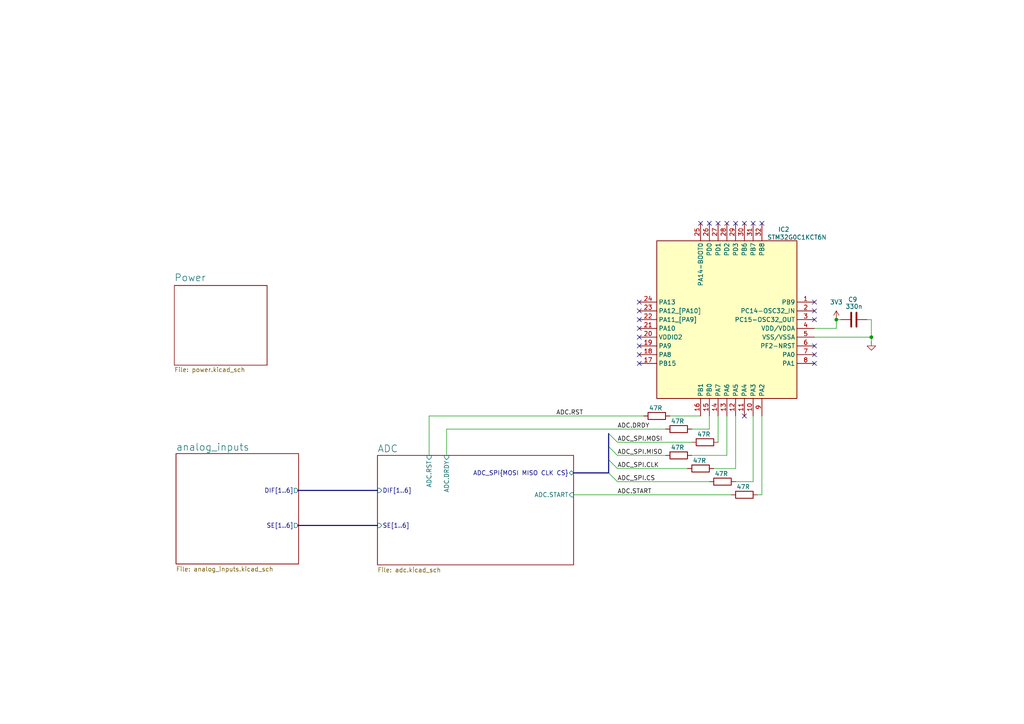
<source format=kicad_sch>
(kicad_sch
	(version 20250114)
	(generator "eeschema")
	(generator_version "9.0")
	(uuid "b652b05a-4e3d-4ad1-b032-18886abe7d45")
	(paper "A4")
	(title_block
		(title "Universal use measuring PCB")
		(rev "${REVISION}")
		(company "Author: Kacper Pawlak")
		(comment 1 "Reviewer:")
	)
	(lib_symbols
		(symbol "Device:C"
			(pin_numbers
				(hide yes)
			)
			(pin_names
				(offset 0.254)
			)
			(exclude_from_sim no)
			(in_bom yes)
			(on_board yes)
			(property "Reference" "C"
				(at 0.635 2.54 0)
				(effects
					(font
						(size 1.27 1.27)
					)
					(justify left)
				)
			)
			(property "Value" "C"
				(at 0.635 -2.54 0)
				(effects
					(font
						(size 1.27 1.27)
					)
					(justify left)
				)
			)
			(property "Footprint" ""
				(at 0.9652 -3.81 0)
				(effects
					(font
						(size 1.27 1.27)
					)
					(hide yes)
				)
			)
			(property "Datasheet" "~"
				(at 0 0 0)
				(effects
					(font
						(size 1.27 1.27)
					)
					(hide yes)
				)
			)
			(property "Description" "Unpolarized capacitor"
				(at 0 0 0)
				(effects
					(font
						(size 1.27 1.27)
					)
					(hide yes)
				)
			)
			(property "ki_keywords" "cap capacitor"
				(at 0 0 0)
				(effects
					(font
						(size 1.27 1.27)
					)
					(hide yes)
				)
			)
			(property "ki_fp_filters" "C_*"
				(at 0 0 0)
				(effects
					(font
						(size 1.27 1.27)
					)
					(hide yes)
				)
			)
			(symbol "C_0_1"
				(polyline
					(pts
						(xy -2.032 0.762) (xy 2.032 0.762)
					)
					(stroke
						(width 0.508)
						(type default)
					)
					(fill
						(type none)
					)
				)
				(polyline
					(pts
						(xy -2.032 -0.762) (xy 2.032 -0.762)
					)
					(stroke
						(width 0.508)
						(type default)
					)
					(fill
						(type none)
					)
				)
			)
			(symbol "C_1_1"
				(pin passive line
					(at 0 3.81 270)
					(length 2.794)
					(name "~"
						(effects
							(font
								(size 1.27 1.27)
							)
						)
					)
					(number "1"
						(effects
							(font
								(size 1.27 1.27)
							)
						)
					)
				)
				(pin passive line
					(at 0 -3.81 90)
					(length 2.794)
					(name "~"
						(effects
							(font
								(size 1.27 1.27)
							)
						)
					)
					(number "2"
						(effects
							(font
								(size 1.27 1.27)
							)
						)
					)
				)
			)
			(embedded_fonts no)
		)
		(symbol "Device:R"
			(pin_numbers
				(hide yes)
			)
			(pin_names
				(offset 0)
			)
			(exclude_from_sim no)
			(in_bom yes)
			(on_board yes)
			(property "Reference" "R"
				(at 2.032 0 90)
				(effects
					(font
						(size 1.27 1.27)
					)
				)
			)
			(property "Value" "R"
				(at 0 0 90)
				(effects
					(font
						(size 1.27 1.27)
					)
				)
			)
			(property "Footprint" ""
				(at -1.778 0 90)
				(effects
					(font
						(size 1.27 1.27)
					)
					(hide yes)
				)
			)
			(property "Datasheet" "~"
				(at 0 0 0)
				(effects
					(font
						(size 1.27 1.27)
					)
					(hide yes)
				)
			)
			(property "Description" "Resistor"
				(at 0 0 0)
				(effects
					(font
						(size 1.27 1.27)
					)
					(hide yes)
				)
			)
			(property "ki_keywords" "R res resistor"
				(at 0 0 0)
				(effects
					(font
						(size 1.27 1.27)
					)
					(hide yes)
				)
			)
			(property "ki_fp_filters" "R_*"
				(at 0 0 0)
				(effects
					(font
						(size 1.27 1.27)
					)
					(hide yes)
				)
			)
			(symbol "R_0_1"
				(rectangle
					(start -1.016 -2.54)
					(end 1.016 2.54)
					(stroke
						(width 0.254)
						(type default)
					)
					(fill
						(type none)
					)
				)
			)
			(symbol "R_1_1"
				(pin passive line
					(at 0 3.81 270)
					(length 1.27)
					(name "~"
						(effects
							(font
								(size 1.27 1.27)
							)
						)
					)
					(number "1"
						(effects
							(font
								(size 1.27 1.27)
							)
						)
					)
				)
				(pin passive line
					(at 0 -3.81 90)
					(length 1.27)
					(name "~"
						(effects
							(font
								(size 1.27 1.27)
							)
						)
					)
					(number "2"
						(effects
							(font
								(size 1.27 1.27)
							)
						)
					)
				)
			)
			(embedded_fonts no)
		)
		(symbol "STM32G0C1KCT6N:STM32G0C1KCT6N"
			(exclude_from_sim no)
			(in_bom yes)
			(on_board yes)
			(property "Reference" "IC"
				(at 46.99 22.86 0)
				(effects
					(font
						(size 1.27 1.27)
					)
					(justify left top)
				)
			)
			(property "Value" "STM32G0C1KCT6N"
				(at 46.99 20.32 0)
				(effects
					(font
						(size 1.27 1.27)
					)
					(justify left top)
				)
			)
			(property "Footprint" "QFP80P900X900X160-32N"
				(at 46.99 -79.68 0)
				(effects
					(font
						(size 1.27 1.27)
					)
					(justify left top)
					(hide yes)
				)
			)
			(property "Datasheet" "https://www.st.com/resource/en/datasheet/stm32g0c1cc.pdf"
				(at 46.99 -179.68 0)
				(effects
					(font
						(size 1.27 1.27)
					)
					(justify left top)
					(hide yes)
				)
			)
			(property "Description" "Mainstream Arm Cortex-M0+ 32-bit MCU, up to 512KB Flash, 144KB RAM, 6x USART, timers, ADC, DAC, comm. I/Fs, AES, RNG, 1.7-3.6V"
				(at 0 0 0)
				(effects
					(font
						(size 1.27 1.27)
					)
					(hide yes)
				)
			)
			(property "Height" "1.6"
				(at 46.99 -379.68 0)
				(effects
					(font
						(size 1.27 1.27)
					)
					(justify left top)
					(hide yes)
				)
			)
			(property "Mouser Part Number" "511-STM32G0C1KCT6N"
				(at 46.99 -479.68 0)
				(effects
					(font
						(size 1.27 1.27)
					)
					(justify left top)
					(hide yes)
				)
			)
			(property "Mouser Price/Stock" "https://www.mouser.co.uk/ProductDetail/STMicroelectronics/STM32G0C1KCT6N?qs=iLbezkQI%252Bshu4f%252BBp0CpFw%3D%3D"
				(at 46.99 -579.68 0)
				(effects
					(font
						(size 1.27 1.27)
					)
					(justify left top)
					(hide yes)
				)
			)
			(property "Manufacturer_Name" "STMicroelectronics"
				(at 46.99 -679.68 0)
				(effects
					(font
						(size 1.27 1.27)
					)
					(justify left top)
					(hide yes)
				)
			)
			(property "Manufacturer_Part_Number" "STM32G0C1KCT6N"
				(at 46.99 -779.68 0)
				(effects
					(font
						(size 1.27 1.27)
					)
					(justify left top)
					(hide yes)
				)
			)
			(symbol "STM32G0C1KCT6N_1_1"
				(rectangle
					(start 5.08 17.78)
					(end 45.72 -27.94)
					(stroke
						(width 0.254)
						(type default)
					)
					(fill
						(type background)
					)
				)
				(pin passive line
					(at 0 0 0)
					(length 5.08)
					(name "PB9"
						(effects
							(font
								(size 1.27 1.27)
							)
						)
					)
					(number "1"
						(effects
							(font
								(size 1.27 1.27)
							)
						)
					)
				)
				(pin passive line
					(at 0 -2.54 0)
					(length 5.08)
					(name "PC14-OSC32_IN"
						(effects
							(font
								(size 1.27 1.27)
							)
						)
					)
					(number "2"
						(effects
							(font
								(size 1.27 1.27)
							)
						)
					)
				)
				(pin passive line
					(at 0 -5.08 0)
					(length 5.08)
					(name "PC15-OSC32_OUT"
						(effects
							(font
								(size 1.27 1.27)
							)
						)
					)
					(number "3"
						(effects
							(font
								(size 1.27 1.27)
							)
						)
					)
				)
				(pin passive line
					(at 0 -7.62 0)
					(length 5.08)
					(name "VDD/VDDA"
						(effects
							(font
								(size 1.27 1.27)
							)
						)
					)
					(number "4"
						(effects
							(font
								(size 1.27 1.27)
							)
						)
					)
				)
				(pin passive line
					(at 0 -10.16 0)
					(length 5.08)
					(name "VSS/VSSA"
						(effects
							(font
								(size 1.27 1.27)
							)
						)
					)
					(number "5"
						(effects
							(font
								(size 1.27 1.27)
							)
						)
					)
				)
				(pin passive line
					(at 0 -12.7 0)
					(length 5.08)
					(name "PF2-NRST"
						(effects
							(font
								(size 1.27 1.27)
							)
						)
					)
					(number "6"
						(effects
							(font
								(size 1.27 1.27)
							)
						)
					)
				)
				(pin passive line
					(at 0 -15.24 0)
					(length 5.08)
					(name "PA0"
						(effects
							(font
								(size 1.27 1.27)
							)
						)
					)
					(number "7"
						(effects
							(font
								(size 1.27 1.27)
							)
						)
					)
				)
				(pin passive line
					(at 0 -17.78 0)
					(length 5.08)
					(name "PA1"
						(effects
							(font
								(size 1.27 1.27)
							)
						)
					)
					(number "8"
						(effects
							(font
								(size 1.27 1.27)
							)
						)
					)
				)
				(pin passive line
					(at 15.24 22.86 270)
					(length 5.08)
					(name "PB8"
						(effects
							(font
								(size 1.27 1.27)
							)
						)
					)
					(number "32"
						(effects
							(font
								(size 1.27 1.27)
							)
						)
					)
				)
				(pin passive line
					(at 15.24 -33.02 90)
					(length 5.08)
					(name "PA2"
						(effects
							(font
								(size 1.27 1.27)
							)
						)
					)
					(number "9"
						(effects
							(font
								(size 1.27 1.27)
							)
						)
					)
				)
				(pin passive line
					(at 17.78 22.86 270)
					(length 5.08)
					(name "PB7"
						(effects
							(font
								(size 1.27 1.27)
							)
						)
					)
					(number "31"
						(effects
							(font
								(size 1.27 1.27)
							)
						)
					)
				)
				(pin passive line
					(at 17.78 -33.02 90)
					(length 5.08)
					(name "PA3"
						(effects
							(font
								(size 1.27 1.27)
							)
						)
					)
					(number "10"
						(effects
							(font
								(size 1.27 1.27)
							)
						)
					)
				)
				(pin passive line
					(at 20.32 22.86 270)
					(length 5.08)
					(name "PB6"
						(effects
							(font
								(size 1.27 1.27)
							)
						)
					)
					(number "30"
						(effects
							(font
								(size 1.27 1.27)
							)
						)
					)
				)
				(pin passive line
					(at 20.32 -33.02 90)
					(length 5.08)
					(name "PA4"
						(effects
							(font
								(size 1.27 1.27)
							)
						)
					)
					(number "11"
						(effects
							(font
								(size 1.27 1.27)
							)
						)
					)
				)
				(pin passive line
					(at 22.86 22.86 270)
					(length 5.08)
					(name "PD3"
						(effects
							(font
								(size 1.27 1.27)
							)
						)
					)
					(number "29"
						(effects
							(font
								(size 1.27 1.27)
							)
						)
					)
				)
				(pin passive line
					(at 22.86 -33.02 90)
					(length 5.08)
					(name "PA5"
						(effects
							(font
								(size 1.27 1.27)
							)
						)
					)
					(number "12"
						(effects
							(font
								(size 1.27 1.27)
							)
						)
					)
				)
				(pin passive line
					(at 25.4 22.86 270)
					(length 5.08)
					(name "PD2"
						(effects
							(font
								(size 1.27 1.27)
							)
						)
					)
					(number "28"
						(effects
							(font
								(size 1.27 1.27)
							)
						)
					)
				)
				(pin passive line
					(at 25.4 -33.02 90)
					(length 5.08)
					(name "PA6"
						(effects
							(font
								(size 1.27 1.27)
							)
						)
					)
					(number "13"
						(effects
							(font
								(size 1.27 1.27)
							)
						)
					)
				)
				(pin passive line
					(at 27.94 22.86 270)
					(length 5.08)
					(name "PD1"
						(effects
							(font
								(size 1.27 1.27)
							)
						)
					)
					(number "27"
						(effects
							(font
								(size 1.27 1.27)
							)
						)
					)
				)
				(pin passive line
					(at 27.94 -33.02 90)
					(length 5.08)
					(name "PA7"
						(effects
							(font
								(size 1.27 1.27)
							)
						)
					)
					(number "14"
						(effects
							(font
								(size 1.27 1.27)
							)
						)
					)
				)
				(pin passive line
					(at 30.48 22.86 270)
					(length 5.08)
					(name "PD0"
						(effects
							(font
								(size 1.27 1.27)
							)
						)
					)
					(number "26"
						(effects
							(font
								(size 1.27 1.27)
							)
						)
					)
				)
				(pin passive line
					(at 30.48 -33.02 90)
					(length 5.08)
					(name "PB0"
						(effects
							(font
								(size 1.27 1.27)
							)
						)
					)
					(number "15"
						(effects
							(font
								(size 1.27 1.27)
							)
						)
					)
				)
				(pin passive line
					(at 33.02 22.86 270)
					(length 5.08)
					(name "PA14-BOOT0"
						(effects
							(font
								(size 1.27 1.27)
							)
						)
					)
					(number "25"
						(effects
							(font
								(size 1.27 1.27)
							)
						)
					)
				)
				(pin passive line
					(at 33.02 -33.02 90)
					(length 5.08)
					(name "PB1"
						(effects
							(font
								(size 1.27 1.27)
							)
						)
					)
					(number "16"
						(effects
							(font
								(size 1.27 1.27)
							)
						)
					)
				)
				(pin passive line
					(at 50.8 0 180)
					(length 5.08)
					(name "PA13"
						(effects
							(font
								(size 1.27 1.27)
							)
						)
					)
					(number "24"
						(effects
							(font
								(size 1.27 1.27)
							)
						)
					)
				)
				(pin passive line
					(at 50.8 -2.54 180)
					(length 5.08)
					(name "PA12_[PA10]"
						(effects
							(font
								(size 1.27 1.27)
							)
						)
					)
					(number "23"
						(effects
							(font
								(size 1.27 1.27)
							)
						)
					)
				)
				(pin passive line
					(at 50.8 -5.08 180)
					(length 5.08)
					(name "PA11_[PA9]"
						(effects
							(font
								(size 1.27 1.27)
							)
						)
					)
					(number "22"
						(effects
							(font
								(size 1.27 1.27)
							)
						)
					)
				)
				(pin passive line
					(at 50.8 -7.62 180)
					(length 5.08)
					(name "PA10"
						(effects
							(font
								(size 1.27 1.27)
							)
						)
					)
					(number "21"
						(effects
							(font
								(size 1.27 1.27)
							)
						)
					)
				)
				(pin passive line
					(at 50.8 -10.16 180)
					(length 5.08)
					(name "VDDIO2"
						(effects
							(font
								(size 1.27 1.27)
							)
						)
					)
					(number "20"
						(effects
							(font
								(size 1.27 1.27)
							)
						)
					)
				)
				(pin passive line
					(at 50.8 -12.7 180)
					(length 5.08)
					(name "PA9"
						(effects
							(font
								(size 1.27 1.27)
							)
						)
					)
					(number "19"
						(effects
							(font
								(size 1.27 1.27)
							)
						)
					)
				)
				(pin passive line
					(at 50.8 -15.24 180)
					(length 5.08)
					(name "PA8"
						(effects
							(font
								(size 1.27 1.27)
							)
						)
					)
					(number "18"
						(effects
							(font
								(size 1.27 1.27)
							)
						)
					)
				)
				(pin passive line
					(at 50.8 -17.78 180)
					(length 5.08)
					(name "PB15"
						(effects
							(font
								(size 1.27 1.27)
							)
						)
					)
					(number "17"
						(effects
							(font
								(size 1.27 1.27)
							)
						)
					)
				)
			)
			(embedded_fonts no)
		)
		(symbol "power:+5V"
			(power)
			(pin_numbers
				(hide yes)
			)
			(pin_names
				(offset 0)
				(hide yes)
			)
			(exclude_from_sim no)
			(in_bom yes)
			(on_board yes)
			(property "Reference" "#PWR"
				(at 0 -3.81 0)
				(effects
					(font
						(size 1.27 1.27)
					)
					(hide yes)
				)
			)
			(property "Value" "+5V"
				(at 0 3.556 0)
				(effects
					(font
						(size 1.27 1.27)
					)
				)
			)
			(property "Footprint" ""
				(at 0 0 0)
				(effects
					(font
						(size 1.27 1.27)
					)
					(hide yes)
				)
			)
			(property "Datasheet" ""
				(at 0 0 0)
				(effects
					(font
						(size 1.27 1.27)
					)
					(hide yes)
				)
			)
			(property "Description" "Power symbol creates a global label with name \"+5V\""
				(at 0 0 0)
				(effects
					(font
						(size 1.27 1.27)
					)
					(hide yes)
				)
			)
			(property "ki_keywords" "global power"
				(at 0 0 0)
				(effects
					(font
						(size 1.27 1.27)
					)
					(hide yes)
				)
			)
			(symbol "+5V_0_1"
				(polyline
					(pts
						(xy -0.762 1.27) (xy 0 2.54)
					)
					(stroke
						(width 0)
						(type default)
					)
					(fill
						(type none)
					)
				)
				(polyline
					(pts
						(xy 0 2.54) (xy 0.762 1.27)
					)
					(stroke
						(width 0)
						(type default)
					)
					(fill
						(type none)
					)
				)
				(polyline
					(pts
						(xy 0 0) (xy 0 2.54)
					)
					(stroke
						(width 0)
						(type default)
					)
					(fill
						(type none)
					)
				)
			)
			(symbol "+5V_1_1"
				(pin power_in line
					(at 0 0 90)
					(length 0)
					(name "~"
						(effects
							(font
								(size 1.27 1.27)
							)
						)
					)
					(number "1"
						(effects
							(font
								(size 1.27 1.27)
							)
						)
					)
				)
			)
			(embedded_fonts no)
		)
		(symbol "power:GND"
			(power)
			(pin_numbers
				(hide yes)
			)
			(pin_names
				(offset 0)
				(hide yes)
			)
			(exclude_from_sim no)
			(in_bom yes)
			(on_board yes)
			(property "Reference" "#PWR"
				(at 0 -6.35 0)
				(effects
					(font
						(size 1.27 1.27)
					)
					(hide yes)
				)
			)
			(property "Value" "GND"
				(at 0 -3.81 0)
				(effects
					(font
						(size 1.27 1.27)
					)
				)
			)
			(property "Footprint" ""
				(at 0 0 0)
				(effects
					(font
						(size 1.27 1.27)
					)
					(hide yes)
				)
			)
			(property "Datasheet" ""
				(at 0 0 0)
				(effects
					(font
						(size 1.27 1.27)
					)
					(hide yes)
				)
			)
			(property "Description" "Power symbol creates a global label with name \"GND\" , ground"
				(at 0 0 0)
				(effects
					(font
						(size 1.27 1.27)
					)
					(hide yes)
				)
			)
			(property "ki_keywords" "global power"
				(at 0 0 0)
				(effects
					(font
						(size 1.27 1.27)
					)
					(hide yes)
				)
			)
			(symbol "GND_0_1"
				(polyline
					(pts
						(xy 0 0) (xy 0 -1.27) (xy 1.27 -1.27) (xy 0 -2.54) (xy -1.27 -1.27) (xy 0 -1.27)
					)
					(stroke
						(width 0)
						(type default)
					)
					(fill
						(type none)
					)
				)
			)
			(symbol "GND_1_1"
				(pin power_in line
					(at 0 0 270)
					(length 0)
					(name "~"
						(effects
							(font
								(size 1.27 1.27)
							)
						)
					)
					(number "1"
						(effects
							(font
								(size 1.27 1.27)
							)
						)
					)
				)
			)
			(embedded_fonts no)
		)
	)
	(junction
		(at 252.73 97.79)
		(diameter 0)
		(color 0 0 0 0)
		(uuid "33e65d51-c665-448f-80c4-d3d173ce0255")
	)
	(junction
		(at 242.57 92.71)
		(diameter 0)
		(color 0 0 0 0)
		(uuid "d943c03b-fc78-4df6-988f-29479bd2e86e")
	)
	(no_connect
		(at 236.22 87.63)
		(uuid "008a36fc-8e63-41da-8573-f1e56d7b1d54")
	)
	(no_connect
		(at 215.9 64.77)
		(uuid "2263ec6e-c5f3-4b1b-9dae-820898857508")
	)
	(no_connect
		(at 185.42 102.87)
		(uuid "263c6a51-ed8c-4eb9-8fc3-d09c2934d057")
	)
	(no_connect
		(at 185.42 105.41)
		(uuid "2b1b64b7-c640-4f10-95ff-4b03da7b3a9f")
	)
	(no_connect
		(at 185.42 97.79)
		(uuid "2c73bf0e-88fd-4527-972b-d8bad0464c92")
	)
	(no_connect
		(at 185.42 100.33)
		(uuid "3930dbad-d881-420a-93b3-644fe9fbfd2f")
	)
	(no_connect
		(at 185.42 95.25)
		(uuid "4eb43550-8abd-406a-add6-fb8a3f6af221")
	)
	(no_connect
		(at 236.22 100.33)
		(uuid "51c32b0f-2da3-4491-99b5-2913051a04b8")
	)
	(no_connect
		(at 213.36 64.77)
		(uuid "5559786d-5b0c-40d5-b180-a475aec8ee50")
	)
	(no_connect
		(at 185.42 92.71)
		(uuid "5700773f-5949-49b6-9472-13f058c0e49b")
	)
	(no_connect
		(at 236.22 102.87)
		(uuid "7822d93e-f4b4-4604-87d1-fd4bc69efb67")
	)
	(no_connect
		(at 215.9 120.65)
		(uuid "78f4a190-bf4d-4c08-8e3e-42cf4967b94d")
	)
	(no_connect
		(at 185.42 90.17)
		(uuid "813f0e52-a5a1-4d75-a9b2-6c56b5202495")
	)
	(no_connect
		(at 185.42 87.63)
		(uuid "8609797e-1b6b-4e3f-b2f2-eadab8747ae8")
	)
	(no_connect
		(at 205.74 64.77)
		(uuid "86a92013-0051-4211-a957-40ea13161963")
	)
	(no_connect
		(at 218.44 64.77)
		(uuid "8a70caa4-68a4-4e6b-b44e-d4d148846ef7")
	)
	(no_connect
		(at 236.22 92.71)
		(uuid "9965c7b0-40e4-4c04-a138-e2fe0dd9d5a7")
	)
	(no_connect
		(at 210.82 64.77)
		(uuid "9e8dadea-272f-4baf-a171-163ae0975197")
	)
	(no_connect
		(at 203.2 64.77)
		(uuid "a6efb5c9-6227-4842-8d25-cee5e9061537")
	)
	(no_connect
		(at 220.98 64.77)
		(uuid "a8f58da7-44a7-4b5c-9514-df079c16f3e2")
	)
	(no_connect
		(at 208.28 64.77)
		(uuid "b40a2e62-2182-407a-b93e-db12b87bfd78")
	)
	(no_connect
		(at 236.22 105.41)
		(uuid "b5e72d17-a1fd-4749-bb12-4afb0305cf32")
	)
	(no_connect
		(at 236.22 90.17)
		(uuid "e33fb99d-5abb-4edd-b2ca-61f808145c9d")
	)
	(bus_entry
		(at 179.07 132.08)
		(size -2.54 -2.54)
		(stroke
			(width 0)
			(type default)
		)
		(uuid "41136597-109c-45f0-af47-8c61cbc0100b")
	)
	(bus_entry
		(at 179.07 128.27)
		(size -2.54 -2.54)
		(stroke
			(width 0)
			(type default)
		)
		(uuid "4531da54-ec20-44f7-9597-68f210ec2b73")
	)
	(bus_entry
		(at 179.07 139.7)
		(size -2.54 -2.54)
		(stroke
			(width 0)
			(type default)
		)
		(uuid "ac8fcfd5-2d71-4b70-a4d3-3835e432f6e1")
	)
	(bus_entry
		(at 179.07 135.89)
		(size -2.54 -2.54)
		(stroke
			(width 0)
			(type default)
		)
		(uuid "d6fe7b2c-7a71-4025-b162-242d755b1758")
	)
	(bus
		(pts
			(xy 176.53 129.54) (xy 176.53 133.35)
		)
		(stroke
			(width 0)
			(type default)
		)
		(uuid "108d6e3d-948e-4617-b738-aff9827150a3")
	)
	(bus
		(pts
			(xy 86.36 142.24) (xy 109.474 142.24)
		)
		(stroke
			(width 0)
			(type default)
		)
		(uuid "17ae0447-7ec0-4c3a-97df-aad57d7b2050")
	)
	(wire
		(pts
			(xy 194.31 120.65) (xy 203.2 120.65)
		)
		(stroke
			(width 0)
			(type default)
		)
		(uuid "2318a4f8-dc6c-40cc-8f7b-d73e26f0ad90")
	)
	(bus
		(pts
			(xy 176.53 133.35) (xy 176.53 137.16)
		)
		(stroke
			(width 0)
			(type default)
		)
		(uuid "244630ae-fd83-40a3-b191-391071cc6814")
	)
	(wire
		(pts
			(xy 166.37 143.51) (xy 212.09 143.51)
		)
		(stroke
			(width 0)
			(type default)
		)
		(uuid "24bcb340-2b65-450f-94a9-3ffbe80cf0cd")
	)
	(wire
		(pts
			(xy 200.66 124.46) (xy 205.74 124.46)
		)
		(stroke
			(width 0)
			(type default)
		)
		(uuid "30033e94-7827-4715-8ebf-3404776f9128")
	)
	(bus
		(pts
			(xy 86.36 152.4) (xy 109.474 152.4)
		)
		(stroke
			(width 0)
			(type default)
		)
		(uuid "35d07e33-5b03-48a9-9f4c-32ac03ad890e")
	)
	(wire
		(pts
			(xy 252.73 92.71) (xy 252.73 97.79)
		)
		(stroke
			(width 0)
			(type default)
		)
		(uuid "36d81254-72dc-43f5-914c-957019b9d375")
	)
	(wire
		(pts
			(xy 129.54 124.46) (xy 193.04 124.46)
		)
		(stroke
			(width 0)
			(type default)
		)
		(uuid "3f71f062-d1c7-4801-a3bb-a78b7a1829aa")
	)
	(wire
		(pts
			(xy 124.46 120.65) (xy 186.69 120.65)
		)
		(stroke
			(width 0)
			(type default)
		)
		(uuid "3fb0ba09-fd84-49db-818e-914c4d67a3a0")
	)
	(wire
		(pts
			(xy 207.01 135.89) (xy 213.36 135.89)
		)
		(stroke
			(width 0)
			(type default)
		)
		(uuid "443b0825-e262-4f80-b27a-ee4bdeae301c")
	)
	(wire
		(pts
			(xy 251.46 92.71) (xy 252.73 92.71)
		)
		(stroke
			(width 0)
			(type default)
		)
		(uuid "44c4302e-903f-4d76-b6ec-ada0aa3b745b")
	)
	(bus
		(pts
			(xy 176.53 125.73) (xy 176.53 129.54)
		)
		(stroke
			(width 0)
			(type default)
		)
		(uuid "4929cd77-312c-4c77-9b43-09629485f7a4")
	)
	(wire
		(pts
			(xy 218.44 120.65) (xy 218.44 139.7)
		)
		(stroke
			(width 0)
			(type default)
		)
		(uuid "526004cb-695d-4396-a5e3-d871baf32323")
	)
	(wire
		(pts
			(xy 129.54 132.08) (xy 129.54 124.46)
		)
		(stroke
			(width 0)
			(type default)
		)
		(uuid "5b5edbe9-9913-4520-8022-d0a69b763f8e")
	)
	(wire
		(pts
			(xy 179.07 128.27) (xy 200.66 128.27)
		)
		(stroke
			(width 0)
			(type default)
		)
		(uuid "61437b66-c3d7-4df7-8f69-dd13e02b4219")
	)
	(wire
		(pts
			(xy 252.73 97.79) (xy 252.73 99.06)
		)
		(stroke
			(width 0)
			(type default)
		)
		(uuid "6171e874-4b74-47a8-b765-46061aad5924")
	)
	(wire
		(pts
			(xy 243.84 92.71) (xy 242.57 92.71)
		)
		(stroke
			(width 0)
			(type default)
		)
		(uuid "6303c194-b663-4939-aca5-a602a0643bb8")
	)
	(wire
		(pts
			(xy 179.07 132.08) (xy 193.04 132.08)
		)
		(stroke
			(width 0)
			(type default)
		)
		(uuid "686e1fbd-afa5-421a-b669-d350164fa613")
	)
	(wire
		(pts
			(xy 213.36 139.7) (xy 218.44 139.7)
		)
		(stroke
			(width 0)
			(type default)
		)
		(uuid "68bd7849-447c-4a20-a115-383fd6f873a7")
	)
	(wire
		(pts
			(xy 208.28 120.65) (xy 208.28 128.27)
		)
		(stroke
			(width 0)
			(type default)
		)
		(uuid "6e3b025e-13f2-453a-9c5a-68301a869231")
	)
	(wire
		(pts
			(xy 179.07 139.7) (xy 205.74 139.7)
		)
		(stroke
			(width 0)
			(type default)
		)
		(uuid "75b57b67-2465-40ba-bf5e-59bcd8f30280")
	)
	(wire
		(pts
			(xy 124.46 120.65) (xy 124.46 132.08)
		)
		(stroke
			(width 0)
			(type default)
		)
		(uuid "7f4f6be4-c423-4f14-8ae5-335fe1c077d4")
	)
	(wire
		(pts
			(xy 179.07 135.89) (xy 199.39 135.89)
		)
		(stroke
			(width 0)
			(type default)
		)
		(uuid "8a8a6fe5-589d-48bb-9b14-378aaa2ce02b")
	)
	(wire
		(pts
			(xy 210.82 120.65) (xy 210.82 132.08)
		)
		(stroke
			(width 0)
			(type default)
		)
		(uuid "9a08eb8d-8e0a-4e2d-b28a-b5c69502ef95")
	)
	(bus
		(pts
			(xy 166.37 137.16) (xy 176.53 137.16)
		)
		(stroke
			(width 0)
			(type default)
		)
		(uuid "a57724ee-74c9-44a5-90bf-f3160b44324a")
	)
	(wire
		(pts
			(xy 236.22 97.79) (xy 252.73 97.79)
		)
		(stroke
			(width 0)
			(type default)
		)
		(uuid "a75eefe3-f916-41bd-9766-6d3f8932288c")
	)
	(wire
		(pts
			(xy 205.74 124.46) (xy 205.74 120.65)
		)
		(stroke
			(width 0)
			(type default)
		)
		(uuid "ae2d1074-93e4-4ed7-816e-fe38eeb29b6f")
	)
	(wire
		(pts
			(xy 213.36 120.65) (xy 213.36 135.89)
		)
		(stroke
			(width 0)
			(type default)
		)
		(uuid "b17f6a09-6c1d-45fe-9d3e-cba7f71b0d17")
	)
	(wire
		(pts
			(xy 219.71 143.51) (xy 220.98 143.51)
		)
		(stroke
			(width 0)
			(type default)
		)
		(uuid "b70ef2a2-40c0-460e-b19d-eeda151005a6")
	)
	(wire
		(pts
			(xy 236.22 95.25) (xy 242.57 95.25)
		)
		(stroke
			(width 0)
			(type default)
		)
		(uuid "c6e60511-0cb7-4701-b6ae-3b1919e42f80")
	)
	(wire
		(pts
			(xy 242.57 92.71) (xy 242.57 95.25)
		)
		(stroke
			(width 0)
			(type default)
		)
		(uuid "de3f3d30-c18a-41a0-a48f-7b282e4d8974")
	)
	(wire
		(pts
			(xy 200.66 132.08) (xy 210.82 132.08)
		)
		(stroke
			(width 0)
			(type default)
		)
		(uuid "f2b1f5e1-cf6a-4e1a-a7fe-dbb2dc334a31")
	)
	(wire
		(pts
			(xy 220.98 120.65) (xy 220.98 143.51)
		)
		(stroke
			(width 0)
			(type default)
		)
		(uuid "fafc7d2e-b656-4156-89b2-5226dd4cd785")
	)
	(label "ADC_SPI.MOSI"
		(at 179.07 128.27 0)
		(effects
			(font
				(size 1.27 1.27)
			)
			(justify left bottom)
		)
		(uuid "2c588c9e-5ac3-43db-82a4-51d584b28b59")
	)
	(label "ADC_SPI.CLK"
		(at 179.07 135.89 0)
		(effects
			(font
				(size 1.27 1.27)
			)
			(justify left bottom)
		)
		(uuid "3929868b-2e26-4e7f-b151-08d8afbffa26")
	)
	(label "ADC.START"
		(at 179.07 143.51 0)
		(effects
			(font
				(size 1.27 1.27)
			)
			(justify left bottom)
		)
		(uuid "42f49a1f-bc71-4112-b83b-80a289715441")
	)
	(label "ADC.RST"
		(at 161.29 120.65 0)
		(effects
			(font
				(size 1.27 1.27)
			)
			(justify left bottom)
		)
		(uuid "5a00f303-47d9-4588-b71e-a6b44f27178d")
	)
	(label "ADC_SPI.MISO"
		(at 179.07 132.08 0)
		(effects
			(font
				(size 1.27 1.27)
			)
			(justify left bottom)
		)
		(uuid "5bbb1acb-1225-47c1-8248-ba88efa977c3")
	)
	(label "ADC.DRDY"
		(at 179.07 124.46 0)
		(effects
			(font
				(size 1.27 1.27)
			)
			(justify left bottom)
		)
		(uuid "7a42b3c0-91d7-4495-b97b-50d820f41c01")
	)
	(label "ADC_SPI.CS"
		(at 179.07 139.7 0)
		(effects
			(font
				(size 1.27 1.27)
			)
			(justify left bottom)
		)
		(uuid "92550c74-a1c8-4dad-88a7-cf3a4fbdc7af")
	)
	(symbol
		(lib_id "power:GND")
		(at 252.73 99.06 0)
		(mirror y)
		(unit 1)
		(exclude_from_sim no)
		(in_bom yes)
		(on_board yes)
		(dnp no)
		(fields_autoplaced yes)
		(uuid "1121b252-c8d3-470d-b776-033edebeecf8")
		(property "Reference" "#PWR082"
			(at 252.73 105.41 0)
			(effects
				(font
					(size 1.27 1.27)
				)
				(hide yes)
			)
		)
		(property "Value" "GND"
			(at 252.73 104.14 0)
			(effects
				(font
					(size 1.27 1.27)
				)
				(hide yes)
			)
		)
		(property "Footprint" ""
			(at 252.73 99.06 0)
			(effects
				(font
					(size 1.27 1.27)
				)
				(hide yes)
			)
		)
		(property "Datasheet" ""
			(at 252.73 99.06 0)
			(effects
				(font
					(size 1.27 1.27)
				)
				(hide yes)
			)
		)
		(property "Description" "Power symbol creates a global label with name \"GND\" , ground"
			(at 252.73 99.06 0)
			(effects
				(font
					(size 1.27 1.27)
				)
				(hide yes)
			)
		)
		(pin "1"
			(uuid "a5c89c1e-896c-4aad-899b-1c8f9752e029")
		)
		(instances
			(project "upp_simple"
				(path "/b652b05a-4e3d-4ad1-b032-18886abe7d45"
					(reference "#PWR082")
					(unit 1)
				)
			)
		)
	)
	(symbol
		(lib_id "Device:R")
		(at 215.9 143.51 270)
		(mirror x)
		(unit 1)
		(exclude_from_sim no)
		(in_bom yes)
		(on_board yes)
		(dnp no)
		(uuid "2cdfe480-127f-4541-9d77-aa563d0c341f")
		(property "Reference" "R14"
			(at 217.1701 140.97 90)
			(effects
				(font
					(size 1.27 1.27)
				)
				(justify left)
				(hide yes)
			)
		)
		(property "Value" "47R"
			(at 213.614 141.224 90)
			(effects
				(font
					(size 1.27 1.27)
				)
				(justify left)
			)
		)
		(property "Footprint" "Resistor_SMD:R_0603_1608Metric_Pad0.98x0.95mm_HandSolder"
			(at 215.9 145.288 90)
			(effects
				(font
					(size 1.27 1.27)
				)
				(hide yes)
			)
		)
		(property "Datasheet" "~"
			(at 215.9 143.51 0)
			(effects
				(font
					(size 1.27 1.27)
				)
				(hide yes)
			)
		)
		(property "Description" "Resistor"
			(at 215.9 143.51 0)
			(effects
				(font
					(size 1.27 1.27)
				)
				(hide yes)
			)
		)
		(pin "2"
			(uuid "f2d3c7c1-c8e2-4749-934e-4cb695889003")
		)
		(pin "1"
			(uuid "93530c83-30cf-4e21-8eb9-08dc7cc258e8")
		)
		(instances
			(project "UPP_simple"
				(path "/b652b05a-4e3d-4ad1-b032-18886abe7d45"
					(reference "R14")
					(unit 1)
				)
			)
		)
	)
	(symbol
		(lib_id "Device:R")
		(at 196.85 124.46 270)
		(mirror x)
		(unit 1)
		(exclude_from_sim no)
		(in_bom yes)
		(on_board yes)
		(dnp no)
		(uuid "534e9c0a-25a8-4332-b1f4-75d585183d7d")
		(property "Reference" "R9"
			(at 198.1201 121.92 90)
			(effects
				(font
					(size 1.27 1.27)
				)
				(justify left)
				(hide yes)
			)
		)
		(property "Value" "47R"
			(at 194.564 122.174 90)
			(effects
				(font
					(size 1.27 1.27)
				)
				(justify left)
			)
		)
		(property "Footprint" "Resistor_SMD:R_0603_1608Metric_Pad0.98x0.95mm_HandSolder"
			(at 196.85 126.238 90)
			(effects
				(font
					(size 1.27 1.27)
				)
				(hide yes)
			)
		)
		(property "Datasheet" "~"
			(at 196.85 124.46 0)
			(effects
				(font
					(size 1.27 1.27)
				)
				(hide yes)
			)
		)
		(property "Description" "Resistor"
			(at 196.85 124.46 0)
			(effects
				(font
					(size 1.27 1.27)
				)
				(hide yes)
			)
		)
		(pin "2"
			(uuid "8c253a06-f493-4cff-a9b0-e92738777345")
		)
		(pin "1"
			(uuid "f75ecd0f-8318-456d-b3c1-a9868a74671c")
		)
		(instances
			(project "UPP_simple"
				(path "/b652b05a-4e3d-4ad1-b032-18886abe7d45"
					(reference "R9")
					(unit 1)
				)
			)
		)
	)
	(symbol
		(lib_id "STM32G0C1KCT6N:STM32G0C1KCT6N")
		(at 236.22 87.63 0)
		(mirror y)
		(unit 1)
		(exclude_from_sim no)
		(in_bom yes)
		(on_board yes)
		(dnp no)
		(uuid "652780c3-8800-438c-affb-277140c21af6")
		(property "Reference" "IC2"
			(at 227.33 66.548 0)
			(effects
				(font
					(size 1.27 1.27)
				)
			)
		)
		(property "Value" "STM32G0C1KCT6N"
			(at 231.14 68.834 0)
			(effects
				(font
					(size 1.27 1.27)
				)
			)
		)
		(property "Footprint" "QFP80P900X900X160-32N"
			(at 189.23 167.31 0)
			(effects
				(font
					(size 1.27 1.27)
				)
				(justify left top)
				(hide yes)
			)
		)
		(property "Datasheet" "https://www.st.com/resource/en/datasheet/stm32g0c1cc.pdf"
			(at 189.23 267.31 0)
			(effects
				(font
					(size 1.27 1.27)
				)
				(justify left top)
				(hide yes)
			)
		)
		(property "Description" "Mainstream Arm Cortex-M0+ 32-bit MCU, up to 512KB Flash, 144KB RAM, 6x USART, timers, ADC, DAC, comm. I/Fs, AES, RNG, 1.7-3.6V"
			(at 236.22 87.63 0)
			(effects
				(font
					(size 1.27 1.27)
				)
				(hide yes)
			)
		)
		(property "Height" "1.6"
			(at 189.23 467.31 0)
			(effects
				(font
					(size 1.27 1.27)
				)
				(justify left top)
				(hide yes)
			)
		)
		(property "Mouser Part Number" "511-STM32G0C1KCT6N"
			(at 189.23 567.31 0)
			(effects
				(font
					(size 1.27 1.27)
				)
				(justify left top)
				(hide yes)
			)
		)
		(property "Mouser Price/Stock" "https://www.mouser.co.uk/ProductDetail/STMicroelectronics/STM32G0C1KCT6N?qs=iLbezkQI%252Bshu4f%252BBp0CpFw%3D%3D"
			(at 189.23 667.31 0)
			(effects
				(font
					(size 1.27 1.27)
				)
				(justify left top)
				(hide yes)
			)
		)
		(property "Manufacturer_Name" "STMicroelectronics"
			(at 189.23 767.31 0)
			(effects
				(font
					(size 1.27 1.27)
				)
				(justify left top)
				(hide yes)
			)
		)
		(property "Manufacturer_Part_Number" "STM32G0C1KCT6N"
			(at 189.23 867.31 0)
			(effects
				(font
					(size 1.27 1.27)
				)
				(justify left top)
				(hide yes)
			)
		)
		(pin "24"
			(uuid "65a8f122-af73-4545-b7b5-609c050a302e")
		)
		(pin "25"
			(uuid "e04b55c7-fee9-41bb-b546-f6210eab59d8")
		)
		(pin "15"
			(uuid "d89c3360-44b3-4758-9e34-3a67c76e4716")
		)
		(pin "21"
			(uuid "376f4243-79db-4786-af7d-015217ca960f")
		)
		(pin "20"
			(uuid "3e9abc64-1155-4403-b9d1-0b3bdd892b94")
		)
		(pin "19"
			(uuid "c3698f28-1083-485c-8c85-94869b770755")
		)
		(pin "17"
			(uuid "f7b37da7-19ed-4fa8-9a62-0f5b08178270")
		)
		(pin "22"
			(uuid "2da18b99-146f-4721-8033-1c17a1f4f5e8")
		)
		(pin "16"
			(uuid "ca166c73-ac91-4588-9fca-11909f1d41b0")
		)
		(pin "23"
			(uuid "9bac0089-b2df-4be0-8e94-54e2b731990e")
		)
		(pin "18"
			(uuid "1761a5de-2af7-40e0-9c8c-6e720f027198")
		)
		(pin "14"
			(uuid "85655f8d-8374-414c-9a25-6936155a8ffd")
		)
		(pin "3"
			(uuid "91d83c2e-dc22-4b24-a5a3-b67d91cca9f3")
		)
		(pin "26"
			(uuid "6cf970cd-b1f9-42ea-adb4-d6f22afe0cb9")
		)
		(pin "6"
			(uuid "26e933b9-81d9-40f7-84ea-0f8cf60ee3e8")
		)
		(pin "8"
			(uuid "0db932ef-5223-4c24-acda-5ec822dbe7f7")
		)
		(pin "12"
			(uuid "8797351d-7a02-4d58-be1e-316f6326c303")
		)
		(pin "28"
			(uuid "ada57070-7c22-4a9e-8606-538e3bf9331e")
		)
		(pin "2"
			(uuid "37494172-e572-4eea-b4ad-47333a7d9e98")
		)
		(pin "11"
			(uuid "08ed980f-0805-4d8e-b37b-35d4c28a3a65")
		)
		(pin "7"
			(uuid "d165e9ec-9206-4493-9f8c-8d2c08c6ce32")
		)
		(pin "1"
			(uuid "fb7198cc-ec15-493a-bc16-cd16b9918029")
		)
		(pin "4"
			(uuid "904ee7fd-4422-4120-818a-cb3e6487b6e9")
		)
		(pin "32"
			(uuid "f6ed058a-bbfa-4d7a-b0cb-63e18a039f08")
		)
		(pin "9"
			(uuid "7253a6ad-dcc6-4c72-b614-4667de0a07f7")
		)
		(pin "31"
			(uuid "fb0859eb-ec09-4325-8c30-bb8560a3fa56")
		)
		(pin "10"
			(uuid "e6cab8ba-6c7c-4893-8ff6-71e7d26ba08f")
		)
		(pin "30"
			(uuid "ea156a90-a152-491b-8064-a19382b9ce1b")
		)
		(pin "29"
			(uuid "d91a1c00-ea7f-4411-b3fd-921c911899dc")
		)
		(pin "13"
			(uuid "370ffaa0-bbde-4461-8104-98f0fd38a449")
		)
		(pin "5"
			(uuid "74500ad9-23fe-4661-953f-a3bf1429f387")
		)
		(pin "27"
			(uuid "1dc55aaf-8460-407c-80f5-5575fb1f4f6e")
		)
		(instances
			(project "upp_simple"
				(path "/b652b05a-4e3d-4ad1-b032-18886abe7d45"
					(reference "IC2")
					(unit 1)
				)
			)
		)
	)
	(symbol
		(lib_id "Device:R")
		(at 190.5 120.65 270)
		(mirror x)
		(unit 1)
		(exclude_from_sim no)
		(in_bom yes)
		(on_board yes)
		(dnp no)
		(uuid "69ea8783-7817-4564-b83a-85bf7e8bfa17")
		(property "Reference" "R15"
			(at 191.7701 118.11 90)
			(effects
				(font
					(size 1.27 1.27)
				)
				(justify left)
				(hide yes)
			)
		)
		(property "Value" "47R"
			(at 188.214 118.364 90)
			(effects
				(font
					(size 1.27 1.27)
				)
				(justify left)
			)
		)
		(property "Footprint" "Resistor_SMD:R_0603_1608Metric_Pad0.98x0.95mm_HandSolder"
			(at 190.5 122.428 90)
			(effects
				(font
					(size 1.27 1.27)
				)
				(hide yes)
			)
		)
		(property "Datasheet" "~"
			(at 190.5 120.65 0)
			(effects
				(font
					(size 1.27 1.27)
				)
				(hide yes)
			)
		)
		(property "Description" "Resistor"
			(at 190.5 120.65 0)
			(effects
				(font
					(size 1.27 1.27)
				)
				(hide yes)
			)
		)
		(pin "2"
			(uuid "7236505a-94ee-4c6a-983b-583c24ba9b74")
		)
		(pin "1"
			(uuid "52a167ff-468b-4f03-b42f-2f9c2d644a5f")
		)
		(instances
			(project "upp_simple"
				(path "/b652b05a-4e3d-4ad1-b032-18886abe7d45"
					(reference "R15")
					(unit 1)
				)
			)
		)
	)
	(symbol
		(lib_id "Device:R")
		(at 209.55 139.7 270)
		(mirror x)
		(unit 1)
		(exclude_from_sim no)
		(in_bom yes)
		(on_board yes)
		(dnp no)
		(uuid "6c2fd4c8-fbab-4d84-9d39-78174ba201f7")
		(property "Reference" "R13"
			(at 210.8201 137.16 90)
			(effects
				(font
					(size 1.27 1.27)
				)
				(justify left)
				(hide yes)
			)
		)
		(property "Value" "47R"
			(at 207.264 137.414 90)
			(effects
				(font
					(size 1.27 1.27)
				)
				(justify left)
			)
		)
		(property "Footprint" "Resistor_SMD:R_0603_1608Metric_Pad0.98x0.95mm_HandSolder"
			(at 209.55 141.478 90)
			(effects
				(font
					(size 1.27 1.27)
				)
				(hide yes)
			)
		)
		(property "Datasheet" "~"
			(at 209.55 139.7 0)
			(effects
				(font
					(size 1.27 1.27)
				)
				(hide yes)
			)
		)
		(property "Description" "Resistor"
			(at 209.55 139.7 0)
			(effects
				(font
					(size 1.27 1.27)
				)
				(hide yes)
			)
		)
		(pin "2"
			(uuid "a7d2a7e8-192e-441b-88e9-15447771986b")
		)
		(pin "1"
			(uuid "e4ddf95c-09b4-412a-b8db-0820d52e5bec")
		)
		(instances
			(project "UPP_simple"
				(path "/b652b05a-4e3d-4ad1-b032-18886abe7d45"
					(reference "R13")
					(unit 1)
				)
			)
		)
	)
	(symbol
		(lib_id "Device:R")
		(at 196.85 132.08 270)
		(mirror x)
		(unit 1)
		(exclude_from_sim no)
		(in_bom yes)
		(on_board yes)
		(dnp no)
		(uuid "8c622b7c-62d0-47aa-8559-d44e4af456c3")
		(property "Reference" "R11"
			(at 198.1201 129.54 90)
			(effects
				(font
					(size 1.27 1.27)
				)
				(justify left)
				(hide yes)
			)
		)
		(property "Value" "47R"
			(at 194.564 129.794 90)
			(effects
				(font
					(size 1.27 1.27)
				)
				(justify left)
			)
		)
		(property "Footprint" "Resistor_SMD:R_0603_1608Metric_Pad0.98x0.95mm_HandSolder"
			(at 196.85 133.858 90)
			(effects
				(font
					(size 1.27 1.27)
				)
				(hide yes)
			)
		)
		(property "Datasheet" "~"
			(at 196.85 132.08 0)
			(effects
				(font
					(size 1.27 1.27)
				)
				(hide yes)
			)
		)
		(property "Description" "Resistor"
			(at 196.85 132.08 0)
			(effects
				(font
					(size 1.27 1.27)
				)
				(hide yes)
			)
		)
		(pin "2"
			(uuid "f2b5ddc0-d847-42e1-a28f-016e38382603")
		)
		(pin "1"
			(uuid "c6cf1d1b-345f-4a6a-959d-17222b625ac1")
		)
		(instances
			(project "UPP_simple"
				(path "/b652b05a-4e3d-4ad1-b032-18886abe7d45"
					(reference "R11")
					(unit 1)
				)
			)
		)
	)
	(symbol
		(lib_id "power:+5V")
		(at 242.57 92.71 0)
		(unit 1)
		(exclude_from_sim no)
		(in_bom yes)
		(on_board yes)
		(dnp no)
		(fields_autoplaced yes)
		(uuid "c8a7add6-6cfa-4a9d-86ab-0327f37b9dbb")
		(property "Reference" "#PWR081"
			(at 242.57 96.52 0)
			(effects
				(font
					(size 1.27 1.27)
				)
				(hide yes)
			)
		)
		(property "Value" "3V3"
			(at 242.57 87.63 0)
			(effects
				(font
					(size 1.27 1.27)
				)
			)
		)
		(property "Footprint" ""
			(at 242.57 92.71 0)
			(effects
				(font
					(size 1.27 1.27)
				)
				(hide yes)
			)
		)
		(property "Datasheet" ""
			(at 242.57 92.71 0)
			(effects
				(font
					(size 1.27 1.27)
				)
				(hide yes)
			)
		)
		(property "Description" "Power symbol creates a global label with name \"+5V\""
			(at 242.57 92.71 0)
			(effects
				(font
					(size 1.27 1.27)
				)
				(hide yes)
			)
		)
		(pin "1"
			(uuid "c344fc73-9f9f-4145-b29b-1abfbfe859cc")
		)
		(instances
			(project "upp_simple"
				(path "/b652b05a-4e3d-4ad1-b032-18886abe7d45"
					(reference "#PWR081")
					(unit 1)
				)
			)
		)
	)
	(symbol
		(lib_id "Device:R")
		(at 204.47 128.27 270)
		(mirror x)
		(unit 1)
		(exclude_from_sim no)
		(in_bom yes)
		(on_board yes)
		(dnp no)
		(uuid "ced08998-db2e-4cac-bc02-cc7b0f72a854")
		(property "Reference" "R10"
			(at 205.7401 125.73 90)
			(effects
				(font
					(size 1.27 1.27)
				)
				(justify left)
				(hide yes)
			)
		)
		(property "Value" "47R"
			(at 202.184 125.984 90)
			(effects
				(font
					(size 1.27 1.27)
				)
				(justify left)
			)
		)
		(property "Footprint" "Resistor_SMD:R_0603_1608Metric_Pad0.98x0.95mm_HandSolder"
			(at 204.47 130.048 90)
			(effects
				(font
					(size 1.27 1.27)
				)
				(hide yes)
			)
		)
		(property "Datasheet" "~"
			(at 204.47 128.27 0)
			(effects
				(font
					(size 1.27 1.27)
				)
				(hide yes)
			)
		)
		(property "Description" "Resistor"
			(at 204.47 128.27 0)
			(effects
				(font
					(size 1.27 1.27)
				)
				(hide yes)
			)
		)
		(pin "2"
			(uuid "13ea2426-87b6-4b39-b542-ec61ac63d439")
		)
		(pin "1"
			(uuid "94b9bc04-878e-4791-9ade-92fe79faadb4")
		)
		(instances
			(project "UPP_simple"
				(path "/b652b05a-4e3d-4ad1-b032-18886abe7d45"
					(reference "R10")
					(unit 1)
				)
			)
		)
	)
	(symbol
		(lib_id "Device:C")
		(at 247.65 92.71 90)
		(unit 1)
		(exclude_from_sim no)
		(in_bom yes)
		(on_board yes)
		(dnp no)
		(uuid "cf8fa8c3-ce78-4b33-8cec-cd84b610e162")
		(property "Reference" "C9"
			(at 248.666 86.868 90)
			(effects
				(font
					(size 1.27 1.27)
				)
				(justify left)
			)
		)
		(property "Value" "330n"
			(at 250.19 88.9 90)
			(effects
				(font
					(size 1.27 1.27)
				)
				(justify left)
			)
		)
		(property "Footprint" "Capacitor_SMD:C_0603_1608Metric_Pad1.08x0.95mm_HandSolder"
			(at 251.46 91.7448 0)
			(effects
				(font
					(size 1.27 1.27)
				)
				(hide yes)
			)
		)
		(property "Datasheet" "~"
			(at 247.65 92.71 0)
			(effects
				(font
					(size 1.27 1.27)
				)
				(hide yes)
			)
		)
		(property "Description" "Unpolarized capacitor"
			(at 247.65 92.71 0)
			(effects
				(font
					(size 1.27 1.27)
				)
				(hide yes)
			)
		)
		(pin "1"
			(uuid "f15a4ce8-004e-444d-921d-fe8c32a5e089")
		)
		(pin "2"
			(uuid "1572ea9b-0c51-4b56-ad70-7dfc82dec488")
		)
		(instances
			(project "upp_simple"
				(path "/b652b05a-4e3d-4ad1-b032-18886abe7d45"
					(reference "C9")
					(unit 1)
				)
			)
		)
	)
	(symbol
		(lib_id "Device:R")
		(at 203.2 135.89 270)
		(mirror x)
		(unit 1)
		(exclude_from_sim no)
		(in_bom yes)
		(on_board yes)
		(dnp no)
		(uuid "ef78e6d6-eee4-46cd-9fd8-0b0db826d25d")
		(property "Reference" "R12"
			(at 204.4701 133.35 90)
			(effects
				(font
					(size 1.27 1.27)
				)
				(justify left)
				(hide yes)
			)
		)
		(property "Value" "47R"
			(at 200.914 133.604 90)
			(effects
				(font
					(size 1.27 1.27)
				)
				(justify left)
			)
		)
		(property "Footprint" "Resistor_SMD:R_0603_1608Metric_Pad0.98x0.95mm_HandSolder"
			(at 203.2 137.668 90)
			(effects
				(font
					(size 1.27 1.27)
				)
				(hide yes)
			)
		)
		(property "Datasheet" "~"
			(at 203.2 135.89 0)
			(effects
				(font
					(size 1.27 1.27)
				)
				(hide yes)
			)
		)
		(property "Description" "Resistor"
			(at 203.2 135.89 0)
			(effects
				(font
					(size 1.27 1.27)
				)
				(hide yes)
			)
		)
		(pin "2"
			(uuid "5125bcc5-9266-46d3-b55c-8a9004be3d6b")
		)
		(pin "1"
			(uuid "65786cbb-e459-46de-81c5-cf0c4ec6ca61")
		)
		(instances
			(project "UPP_simple"
				(path "/b652b05a-4e3d-4ad1-b032-18886abe7d45"
					(reference "R12")
					(unit 1)
				)
			)
		)
	)
	(sheet
		(at 109.474 132.08)
		(size 56.896 31.75)
		(exclude_from_sim no)
		(in_bom yes)
		(on_board yes)
		(dnp no)
		(stroke
			(width 0.1524)
			(type solid)
		)
		(fill
			(color 0 0 0 0.0000)
		)
		(uuid "27728c5b-995e-4e9b-804c-adae9f98b692")
		(property "Sheetname" "ADC"
			(at 109.474 131.318 0)
			(effects
				(font
					(size 2.032 2.032)
				)
				(justify left bottom)
			)
		)
		(property "Sheetfile" "adc.kicad_sch"
			(at 109.474 164.592 0)
			(effects
				(font
					(size 1.27 1.27)
				)
				(justify left top)
			)
		)
		(pin "DIF[1..6]" input
			(at 109.474 142.24 180)
			(uuid "bf65095d-0839-471d-8bde-96d416cb1622")
			(effects
				(font
					(size 1.27 1.27)
				)
				(justify left)
			)
		)
		(pin "SE[1..6]" input
			(at 109.474 152.4 180)
			(uuid "5172e4b0-30dd-410e-9f0b-216de93f97f9")
			(effects
				(font
					(size 1.27 1.27)
				)
				(justify left)
			)
		)
		(pin "ADC_SPI{MOSI MISO CLK CS}" bidirectional
			(at 166.37 137.16 0)
			(uuid "aaa638ef-6f29-4d7a-a40e-51203ae27ada")
			(effects
				(font
					(size 1.27 1.27)
				)
				(justify right)
			)
		)
		(pin "ADC.DRDY" input
			(at 129.54 132.08 90)
			(uuid "d9fd1856-ade7-4f6f-a3af-06cbf44dd43e")
			(effects
				(font
					(size 1.27 1.27)
				)
				(justify right)
			)
		)
		(pin "ADC.RST" input
			(at 124.46 132.08 90)
			(uuid "a316d70d-f641-44fa-8441-1f8e2468022c")
			(effects
				(font
					(size 1.27 1.27)
				)
				(justify right)
			)
		)
		(pin "ADC.START" input
			(at 166.37 143.51 0)
			(uuid "b296c109-54a8-4811-8e86-990958a1d1fa")
			(effects
				(font
					(size 1.27 1.27)
				)
				(justify right)
			)
		)
		(instances
			(project "UPP_simple"
				(path "/b652b05a-4e3d-4ad1-b032-18886abe7d45"
					(page "2")
				)
			)
		)
	)
	(sheet
		(at 50.546 82.804)
		(size 26.924 23.114)
		(exclude_from_sim no)
		(in_bom yes)
		(on_board yes)
		(dnp no)
		(fields_autoplaced yes)
		(stroke
			(width 0.1524)
			(type solid)
		)
		(fill
			(color 0 0 0 0.0000)
		)
		(uuid "d6d0b9a5-d6bd-4532-a3f2-84b92b0fd444")
		(property "Sheetname" "Power"
			(at 50.546 81.7114 0)
			(effects
				(font
					(size 2.032 2.032)
				)
				(justify left bottom)
			)
		)
		(property "Sheetfile" "power.kicad_sch"
			(at 50.546 106.5026 0)
			(effects
				(font
					(size 1.27 1.27)
				)
				(justify left top)
			)
		)
		(instances
			(project "UPP_simple"
				(path "/b652b05a-4e3d-4ad1-b032-18886abe7d45"
					(page "3")
				)
			)
		)
	)
	(sheet
		(at 51.054 131.572)
		(size 35.56 32.004)
		(exclude_from_sim no)
		(in_bom yes)
		(on_board yes)
		(dnp no)
		(stroke
			(width 0.1524)
			(type solid)
		)
		(fill
			(color 0 0 0 0.0000)
		)
		(uuid "e524c447-0b05-4e0a-b5b6-a853f1ffe627")
		(property "Sheetname" "analog_inputs"
			(at 51.054 130.8604 0)
			(effects
				(font
					(size 2.032 2.032)
				)
				(justify left bottom)
			)
		)
		(property "Sheetfile" "analog_inputs.kicad_sch"
			(at 51.054 164.338 0)
			(effects
				(font
					(size 1.27 1.27)
				)
				(justify left top)
			)
		)
		(pin "DIF[1..6]" output
			(at 86.614 142.24 0)
			(uuid "73180ad7-4a2d-4502-8c53-6565d1fa5adf")
			(effects
				(font
					(size 1.27 1.27)
				)
				(justify right)
			)
		)
		(pin "SE[1..6]" output
			(at 86.614 152.4 0)
			(uuid "150e85ec-6fb2-413d-be3f-67ba71aa8d23")
			(effects
				(font
					(size 1.27 1.27)
				)
				(justify right)
			)
		)
		(instances
			(project "UPP_simple"
				(path "/b652b05a-4e3d-4ad1-b032-18886abe7d45"
					(page "4")
				)
			)
		)
	)
	(sheet_instances
		(path "/"
			(page "1")
		)
	)
	(embedded_fonts no)
	(embedded_files
		(file
			(name "putm_frame.kicad_wks")
			(type worksheet)
			(data |KLUv/WAEh/0GAYrouTsl4NgWMhzQkTX93oGuSjg0nEbKDAAgSymTTCmVPplsMcIMMwwx4J4EWANi
				A8Sq8RBpILNmIFfpA7EsA5XM94/0NUNhoZl0wsUP1fwMUpWb1sQsuvSylLT6jEuds4hi5ELrKfze
				VSh86xP5g94qZcZTg2WOYb1ZTWqmpTjSmvqTkhKfG6LVSMNUUZ3UVzTLNupiGZo4SzUfX6aNKvoq
				HnIX6UdkJQ5ZWf6NrhBVxETONxKDTOTtaiZ12sttfZL2ifngEMroVf9HpEQz1+A7aB4X+6nY9Wyq
				XPlt4RquIYmtHU+DsAbZi7xCq+YiMkG242/fmTTJYrZjWGHqgMUNp2tF5Rg+pE8RCdEgM0RhPoP8
				HEwbIaLXxFJzLuKjRApfU0TUTYeRVUgPxTCs1fpNR6ZnVl+JVDlId2KJB8+NwSyS4obSvYHCP4aJ
				iGwxqYeygzq25MNzHP6acR6EJAZhh1yf32CRVWOrD12MXBSde+5qhuifUv0l5OmkJvapptKJ15re
				ybDkimJqaJvMi64ibUSE0WmYpdomiGT8l0wRUp1CUlNeSFWHYYqOJj6OfdImSlVPMdJIR2oI6VeZ
				qm7yu4YV2BmCjpK5p6xe5tsmd5UiITlNaVwD6wnX+FLnl80UVZE5UyikdWKRXszz43UgGeoRMZz0
				Q6wxSV64i6JV34enMlfmy8HIFINYui1DnYMLNRNU/NwDrTYyUEUREYd5zMg3/PY/iDBcM4PdeWhs
				U1YpWj9TrnJZiZ+tDZwZgywxtNC6iIKFf2QysDBRoL5qWMERMcMKMp46rDDVGFYoS9TvkfmCI6q7
				z0idZxqy+k8cGe2zWjex8n5DkNwYompgacVyLu/4hIYYSbZLtSqP1YdNFqt1ylelJI6Ua5GgV/0Z
				T5wa6Mdcm/wyjYZKrCypS38QCdoOTlHDC4UKz13D0CidgxIOJkChaIYiQAEFJ7CgMIIJC9EgggdQ
				kEGEDU6psmZ1Z3QVgMAFD0CBBhhsIIIICAhiAAIHkMADIoAAGl6BCy5YAAWIHGzwAw4AgQscwAAF
				ZABBAQ5YoIfYBQ6oAAMqkMEECBXgOA5AKEx48OADFBBAAVYgAA9gIIHCBAxEICFCBwoSHmyAgQQm
				cIEEDiCBFECgAAcyiKABIQMucMEEIJTgwQSICg2YoYWKQSACDKDABC64QAYScAAEMKABKhiADFKI
				rYYXilZwQQUOkIAMXGABClCAASoYQMEADyZgkAAJEiSgQMKDCRo82EABBR2AMGEEJACBsLADoIBS
				CA1oQAMxB7WgMEGDCB1YQVgYQYQNArAAFCac4MEEDUyQqLAQgoITSNiABhAmYPBggwcSJDzQQEKE
				DUzIoBCFAICDAIRgAxEy0EDhQQYTIEwoPPjAhAIHNCBBBAkYBKAwQYMHIhBBhA1YUHDAAgsc0OCB
				W4itMEECBhNGYEHBQQACUHggAgw0sKAwYQMPJIggwoQJETSwQYQJH/AABAkWOIgVNIDgAQkYiCAD
				EzrwIAMHsiEKH5jAAQgmeKABhAwscCDDCg9SAGEEE07wYIIFhQ1IMOHBCCwoFADgAAIHHmQggw0K
				EiJMwEDCAw0eeMCCgoPHYwwWNIgAYQQSHpTAgsIIQmCCDHAAgw1ACIEFATJUuVqJjT8lRu3uYbAy
				DpGJ7tvm00z+85aWv3KvuCWLV2q6J2L55w9NvbaIzpJoVqdyh4S/pUjuIaFJnVpF6WRjKAmf6hQy
				V6VXVaxGoulI0UAermogxrxK5yxzXhEbrFblI1OfpK1yqM9tmR7xiE6qobiHXc+YKmikNv/S8d4s
				o0n2mgjvsx52KCUx/yt1ydyXy9Z0UfmwY51FQSqTVEGapja2Ng9udJCsNBXPhkrOadweUmrK2RER
				h8iy02uSbr6izMSUSYaMr7Kg2T67og2xkto4hqGhkoVoamovm5Nkm6hkEU8+vOOfQohmJYqZ7jY7
				6pRjinBY55xDsp+mZKbMKmMRr96IVEtO/2Rqi1sdLh7eywy9NLwiNky5AlGrTJ3+HxY/0QWthpXa
				HqbYYUpqwziwq040tNfrCmvxW4tIb6olMbAxto86XjHxkIyeCXZOcri5mEXDGjs64k5tVTbskikv
				pOJn/yES13A0S1X9uV9XsokiP6W/yRooHVqLJoYzkktFzVTFKa3eYq55SPMjsyvGpidPiJXPhqtN
				iI/TpC1CvUid2Drb8muoG/dsiqRcpRlx4xVV88Li6JMNvRh8zYbmdeR9g0ocUDmDLfL5cnF5g+fL
				R1Z2H3tPMw2R9LvhPJBoaYlVstB6J8hFYfwWejv9bVir3IohWW3oqRNjVtD8VPTd/qIUTvibskO7
				I85pCpK+PjzZFq4iU5hrW79mNTw0t8lneTIlKgnVGpQLx7GoGZqiSl9xkpvEdJ2878nwW6FOTVIS
				YVcvlWbOq0LEwRXxVLeXmsFFjRDNpTMjfJ0hUnmYxtRWVIrmvKSxK0ziINFJInmkn46HiD/NIBu3
				BtlIuWKf8jVryEiPFEtFCdovukxMRkTeoow60hJCrBLxOKTuLeXwOaAwPNCHMZaiUUJSUZqVjHlO
				pUNCrj88lXCmIl5NxNExyWrfpMXfR0IpurBINFP+aLIT1UG0g56RInGY50wsO13n39IqHVLfztlK
				c1huZnrl83ufII5d0gmi08oeztxWPSJHuF0qRsZVN0kqxZkxL9U5P4w5mlI85NxnXN/FH8Yn0kxN
				a4iGqIapmfhU1s6GdHorfjFLOLZMiCLhlUQHfth2aJEhqmchdbz71aJZDRRdZ4anrkXCk4fZ+TUz
				nZagPa8h7onNxMVdbnYG98OIhpJZ1NBnU8MqEmXhDPw+1EyC5n8ICmsyGtaB4wgNJN8OLYVmqLDB
				wWeRDB7WNbjocxAZpAwapF1IpfZOWupee8o02TOhGYXMHPLZEgtd9mcLqUKRkj5tsO3emWnWxEE5
				AwlQoH74CBCe0k1TNBOh8U/EmtontNaEQxHRZES4KBOFhK6gWjq9pU4kz3JmmQvpHpJSVQPVRPiN
				IXbC3nYq+mjEsocr0JjqpZJvPOXnRHsN1Qpi6yJDhYeqkY885EpJ38LjpieuXOIo8YwW7NB4rOGz
				uuYhBT+rUqqn+t0QaZWITsebI8N8qI3wZpJQW/PDXBWDYykqUSdZgjfFKlK/yGMgKUapqFZl6VTi
				NzaMYyQ+/TIy1Wc8bqgod11ehMjfLRxZ58kIbX94echSQWJqOzTBCUUNd+w2ZTYXuoRKFL/MvjOK
				/4j/ideKLmzNOMj0jEi9xlRE/yqx0LQeeZT1UDjeolwiuvoZyk3T8nfaLGimFdWpWotIp5vMUqZD
				cetzxVG7qHuVG2sSRDSd8piEPox8GFoMnooqIpGfT03PYRE9ZjRfX6WUSPWWnuXSbnKV1Z9UU0M0
				dERGWML7GFOLypzhmU4IeUUkv03UVDcyDqLShvL/MlO7iSNFUqG/dTDxjg2mqTqZhsWpGHJ1pqYV
				9RXC1rlhTZLM5s6cddWhzh66pXQUu2dlXJtdhP0uo52malBDpiQrmobeKUtGZqlubpq9XmWSdkHT
				il9sr2kM8nGJjDYiB8IZLP0pdQ0dkDeYrZGr966XqWhmXLPNXvHaaGiRE3EeFi2aGKU0os0orPtJ
				mK8JjWKsedGtih1bJzSsVc0ad1oyFpZYLqM+gka21jhIQ5aeyU8kYvFUlT130Ylv0ojJkGZSHcp3
				Dv3dKvUho5uWZ1Jzqmsswyy/4pT2l7a7Dj2cMjmzfDRCMRNVLBHJ3cvMwtNqT/shV2WhRa+q8YpT
				4tynuyeRLNKRXEKVEjJerzqFWPXMPxLGR0akl1Kk1TFVpdri+9LUe1RzxCRpfI5ipsYVKOrDsWQr
				y56frGkdNNOpDi1xh6KmkJ0N3TyGUhWNZ/hPpjOpkbKMyHWLPeFwx3da0bKFpd8y5JdZLYUiAQBw
				AAAHQha2r+caWM7AszxwNLmrRiTKO43PbOxVhywfQ3OmjHRjLAm/De0jyX7up5OI/DOmi96BUS3n
				NKKiT4xUz+mwEs+kqsYkoumly7jjdfOiRVI8MUh1azpPhQyr6YXqGjYq7/7Aeewp98QuqQnXzCjt
				yEklrJOz1y7koaOTrNPINJQz0qVMHVFHfKERn+cuVX9C6o3la9IS+ZXni8x9H9t95DjjjpteJcLp
				ZVQeIs9t1a6xo1fvhGrkM7sqvHQu68dEkgplLCkx3EM1oZdpLM6mYhCKoq1DuoxCc6LnjIOlusFu
				x6KaPx260RlLc4TILUaGRirkCdMLV081sNQvaKKfTDfzkRLSq74ZapIISQ1Rc4opsVrH/MN7D2NI
				W8MdL+4cIm44T2MhpEVqzin08hdzppNiLYyv5mZD1eZSfu8gE39+qZzCnqaRWGRTxlbBoSDvIdIY
				qDU1NRb6UWOhR4NkZCpGSK/T9JAaGfGsI+0u9nfWeJnGDLP4RzPmaxjyouWyaA/JTIeGi2JMOMjW
				Wu0Qbml55TKdtzXUsCZ2cmxIRosJilnYse245Kr+Iy6VLeImakSE0qnrFB/oGZmh+VDJKpGKIZpV
				S9ZFOEKr/eM7qGJ+DuUQo4l7J2ZDuaZkYr1mI0KzKV12LWftIkOtih5t2RvqJTVUoaL61wlRKdES
				GVvqiwwuKK9jG93lLLP0c1KmVGTLxFSJyLvmxZSI7BMfSIpBF87mdVATz0Al9TMzXDitTN1eLisS
				mUyE7dewTpw9w7waJDQ/fS3PUzUM+ajEsA2RadSZVpxECam1duvEdeaLxDBz1/D15dk6lP+BhKRq
				g3hu6giF83Lw0JRMnSLzUX8qfXL8+vKLeGGUWTMS4nzK7yX+senVkoUvGehJP1Ai5nsNjWo20fEu
				yldFpeVVA4eP6ry5JF3TLdvHMzRS5icdXH+wDK6QHhGp1SBbh0tn+KxGpJdQcDMDTfcFz/oQnSjF
				k/Ib+dTn5VFFVIiIX0W5NlFTY1SLOENioSFpoI1mxal/OcldplEH2jnQbAPNUpypL9IOs1EMM2GQ
				vMxv+B0ehGbYgTavbhiZErtieAch6eAgMmLvIm8w1ekbfqiMNQ/tmFvFqiMtCVbRZuC2i2ckIol2
				SKLIX1eKWIrQajxUIFsWDgKNfKi0wgwmanNHAAQAAAQEExgCgFEyoZQrAMRDyhREAwoWbTGM47EO
				AcAACEBAAOgB/pzbvIckUHETaQltLiPwqLJZV7R7TfpbcLOXY1Pxc3Xoh9TgM3OE19tCSHXCVesI
				OFmf/0/NgjRbZqJAykNFLwDr3ysNisbInDNwQQYTAldIkh5Hw1FzoWy7uNWopqnM4akCnWab7eSk
				CLrb5OhLtumx7GYszEgvqFw7A6Wsy5ifX5a2RuizhWswXwBAJ+Ge9XigQu2rJ+s47UwepFevpo53
				lpQ7llqrPJkS79pE1d5VP667taYEsSPqmAcOWhDvWOpAQncNaveu0OTKlSae7sQfbCp8AN9e4VzC
				OGhyR8Ni6zeBNc2pZZW36aklSZfMsCgYVmBZ1uuOniQ7jC6AQBIYK7yAsW4ycMFInq+2yMdWbs6t
				vzrHJgCACqljZVI26J1UyEuszUqjbFapC8uBiwgofxxUlZ+VQGwUwtGFrrZQT+MjF5TL6OuqK/el
				DTcEIjRBNPBLR597PKaO7QVHJ46/ijuRj7jU83Q4XpaDVKwIbrBeVk0DjQ2qvDTewiqc9gbzvrih
				ISyURXPfsGXJUvpsbNQ6KSb3v5cpNiNLnKmCXW5/fjHKosywGddBT0RfnTVl+PHEKYNyOPsOO5AO
				/FFDm+aRslT3z01tftJst2pPMJsiKnUoWuLxD3vpkIwDXEbP2UWhaEh7jvS4Mo760eJqfz1tIA4E
				LwM9IiLAAjWvOuUxakjuLAlyEHJfNP9dcXT4tC4Gye5ZfgBpJVDyELOVo2LWNgTImoxohRwLNJvV
				aFiSEEgwrIzkDH1T0cnhSZsA/HRa4PsJJNosuZXnnh5nmGbGQW+EWGdJVmv2hcKQ8tpOm1e+Xr+Z
				G5nRKTGsiWpZ8AIWqbazZ5ZupHspdFCNtTFFpqbDQuB21raRNAXWRbxgzs3cb/P1uMxrxAO3xlwb
				eQGXZMdh2I9D/aSa2Tco5Td4v0IJ29i6jgHDyM/fJRNuWLmLVYYoX07hdk0H6NK5vHKEdGe7TFST
				gW9KTUJu8K3NGptl9ErZ3MQIat15uUhPUr99SoSZFQXE2QtQfasDVdBQ6ieBDejwEOx+ER7NYrLn
				l5/WM9ZjfVUa+7fboH54Eg/H2D1pX/e05f6+d+HhqCJE95Hqw1tmRI5Ux56IIY05BTmXnx1/Wk+G
				bU1qsftti27h7GGN6jiAlnT73RmuXDzfujpk33tfb0PS7dr0YOllXL4puDc4w1CbGUDfWFI//AvL
				EaS1edF4t9PQoS7R4pjcJuInbevGXxp5b+k8vSLD3ShHWvcTpsoPIB4NwkZxES18DSPcdBKdhQrZ
				I/Tv9lEuNKoT/yft8rzoghebQYKh9Hm0e395PfDwBxpaTre2OKPp/TTxBQz3Ux+5DijGiwMxvVCD
				LfoPFMNPDlo9F7OPFFmpSpHSj953czzSNronkEp3lNhkHR1Sx5dLQtxB0MniNb7KpFH271rSYp28
				1Xn2ofgZSUTBg+ciqbkGIhF0+XJ+gBHwHpWrWAkQ5gBvCOhBQuj5jumeoLLmvT3wrKKMxKIOB+lg
				Ioh4BK6Q8XyCjlALRqORqQvdmYW92ySl30GKeRre62Qkj0EqAaN5qc6mQlsA9YBAth2PAVr8Mo1V
				kPQWJFJcpOpbM4km71Yfl9/DPfC1oe+iNabAgStkvfBxvi7Ggg9lRI2Z7H4uQojGKUNOosCmWLOz
				rXWzmri/2gqfFqWqyzQVrD2vQakwFlLlwJLzwfqiCY2GJ3MItTGgN5OML+2+Guwi+R4wEcKR1Cur
				b5Efkb3Q1DX7bEEUAh9nyqfOQDnySJzFVuxwDUMkelg2gQ6CPo4mNpXcYUTUtVCZH7NXMEx0zCfr
				FC3ZNZgNVihaehlxpGWCWU1RE5Ory+O1uT9ecaKHl+8zgmuRLWslO68iXLBRnEN/7MLwcHVZlCiL
				NhM4wTESZIG1ZaWAwsu9nDfLjpauqetzQVLV+rUXqSr0FG9rbnk+gmkK2LI7fJcAJlz7fhPmEs9M
				VIYo+Ezr/IGcb0vKqARmTpsUeqb+I8AGGiBc7a5WE88MNGTzC2UAVchyHXSGV3q0QGGBQ+dhProi
				KVSg0LLs5CM5JV70j7s3s59uRCKOSdaF8KzU7dPWbf1Nne67l3TqETwd/DqZDFPzeBGGlCLd25EQ
				5sr0jQ2tahVWaVmi8B8PPS2qLSW2ied/p0P+Y3cSHq8w6FpElGzt5q6xddUgNdK9EKVl1RlvZtDp
				DS2vHRx4UfJuya57wwVJG4jRNY44AaH0mDpOH01XbP9cDasB+2YVV1pPbmA2msBqlAtUWV6QsB8/
				cj4P/ZJqor8Z7Q7rH2nXrWRBLXLLWlW0PJqmwDJg5l4znPx+u0jeOEBCsjlJxXftXH2rvfoDFWKB
				MVBGvT3dLj9/xZMI0imkXG2rV3o5JM7Pa1F5SSI9Zg4pjtPenzpd1HFTb6t6jolqbM4Wcyrrog2w
				a1o4J7DwKiSf3YA0J+DW9CYMoIZaYB7zm991MGfZeaSKS/QDRvR2BhqEtpRFbCCvajDfoJGeKfif
				NCtQGaFLGeFNnig9177/ED1+JygorsVE5HvQuJ4KHe5O8aDWyuxTi6TatgJ00iBhwCa1F4jU2uJ8
				ffNqb6HQXtiHOqeY8PIB6nFlV5Ukd9rBq+stVTzdiWaloqIlRme0VGXZAg7SA7RH88qD1YqzklsT
				N5kFN68zgnhTIIC/gqjvj4ka/ppzSuxWD38el5J8n9EO0gLntZLQwHDk1hRppUNxyHvhNl0Mfhvf
				wqcAP16f3uIqo74kIYmfilZ3WZIkP0tRlLbKmXIBuW8zRpDTpq2SDFFzQEEHV1FOf0mnFn5PIlGz
				0dPaomUAUVBrTzLKSsVUb9bcVrmsYuhZKpUurzcppZlc/pHSYhvJRrSp517uyBryzrg/8jTarZv6
				2T+fmdX7KHlF843OSVn/esxXu0GnugGD5ObeWmgu15Uku6mpgSf4HJ2ivrfBO6NGha639LXWHtcX
				MvEMpUYek7jg1MiivKyh8/mGrqiGcLvojrNZ4ZBif+eRcOES/AJ+844Zcw1RC56hcNb4Bi/uYBDo
				SlGOzCqWT33BDY47OmYPZUegtHWfHhR4ndI0kIjnTt4zUPyV3O6s3esZ9lWpTKlODmiHhQKCmHw5
				5tj8UEkNmXIBydLV5OzSuvp95PUqEdJuXCcdDEVRM2JDrRJziXROm2c9bVDeRgwUwNXa+y3Zt5YR
				qdGs+N9RhTk/oGn+ftlgZcrgBKma2n8akjWz/4K2hH1PFtAMzSQm4b8cXgvKrkkmKVhbAdQgt+8s
				AqJQzRpdn5M1i0YznvlQt1MYPSZRtaads8NNAGjJjUmUJUgqJvsk6zg1gbt5NjOd9JGVXqhj6C18
				AIGEmmSyF3Bv6ERHiq7ZH6yZuFcEX/ZbNfRbqem/dfbAetoPcaABRcRAi4BZKMzLrHR2sEUQcGIy
				9p75wXaRYO5XtV+quwYM6FB+KsRTFa57sAydJJCQk0wRh/cM7BGGwnfZA73R5D+8bQQUViOPMKI7
				Y3Id2zrcDY69XECFWKE0WPr8ngXReBiy6aQcecz9IKu6cXdz3/LXxKvglJ96OC1lU4uCRHTi8YLE
				coQ7GcUdvgK8TsHzLBoxSnDLeNYlizsRrFUU/oRGFS13My8E/sb56MWRqEyRP1zciBwIpgTgPW5A
				uYo7UQVHGil4DQ8ATGIOwEn33OAV+qJNilIpNZ6YNh0eCVbq/mKYOsrq1X5hKeTs7rpSgW3SYayt
				2fffQ1XlLRDGjzATleIATrma+Nlo+aVPVEgHHbRY84XX9hDZVvSYe2oG4a0oyet4BzpFhV4qCLn/
				jzMBbUGMjA4nTEk8um/dYs0uXAnT8jsU7KWjqylckdKAZOYg0PfDi650jJLGYXmkjdQUCO7YFHI+
				LSV54+eVyujrhzWVDgXZVEKKQxgoAt7iYGzrkqrrSI2wH66eAhI9aHnobpFkmZcbqC/DDUqR5yUr
				F7Dqrrfx8s0IVbTdPmOy2q2aFVujPhKIuTospt6l6nSKa9quuOTOnuqO4n4olxmgPeT2KZ1F0dEI
				8Mewyl+I5iJZNBUTJvRNbZ0a9Ri/jqPBCwvi722x07Ccj1U73hFVQelGT0kSqgxcHMVU947PWn6f
				ZSlvEZ2fvhOeY9DRA4aPRPNMwqCg6y9CGhSg60nue3IMfZyLrVGgF5/Qtxmnr654y/r6INAyvZS/
				oDD71n8fIsDUN+jxKJ3U6wnT2bsM7SuMRpzcBPQJbscsIcpmjLzC4MQatXLbOXgsZDUsjxWPV1Kf
				GJF0Dp5mUvT7fweIsL2RfWYJTuGPstgUEJiHDkdbELORXbScztIwPr6R9HdPdWrvdlRuGo/DlYqI
				UssCQj0vXahsgA5bkKyXZbYnZGfIbNTsb3pw6dC7NPtIGohJXWie0/XEbd4i4awCz1sHSunOx56t
				I+cYz1695MCqRes3JTmaPrQbkommkcf0yhKwc1WHWnyFiMmX00Y6hYc4e9GJCo78ud5kyeZGtO5M
				1gBZ+57HHCZzvXE7bcwM6Yo9m3LsU01enm0HRy5OYjJPJy+wGlnmB/cuocWdt0DqaOrAO6g2o/mi
				l0zG4jkzsu7TrcPU6imzDDLcG6gXObcKYip4B9vM7LU1wnct3SEnkOolcWZ00k2I3m1jqTgJLdJV
				Ke2SQLuIa/wU62JZrFj6Bk9iCApqFUIThD+aS2t6Mni+19hb+oW67E+c5LpuYdDIjZ+2MTFgggGd
				jT4/FUEnZlwtiVH9qIe7qAa9XvSNZVS1Doiwj5aly824ULD9ihnkjCyLzDiSqhM9W4eP/lLTkV9y
				qYnnMI6yliMBpw86mRlAkK6VmokEk/B7hWAfNfif64n+8drGntx5OD1FQ1aE+GBnEergMppcenjX
				T9i4KHp5ck5S3GHDs1Sb/DzlR7By1Pim/AXHLSD4QO7SjFsuW+hKsuQ4kFh9Te3ikrj36SdGhg7Z
				9pQJZAZF+oiaLnEbtXZ3U9Cxnw+EB7guMmohiv2ewYbd6e5vP3SQgd8Qq+BhQ7ZBe8BGyHO80qjk
				R+KRTsNOONyp5ATL7PsUgk12mpi4UoV1fPC2b9FXXJB6LPzEvrBcHzFkauMrjdbQ/RJTcSYFhv9Y
				BOS+7TLOtMWRMOW6UIDdgiHsCnNH4vZGq2OhGJWnjKoT+85HJn4zvrq3XxIgO+xM2TwTrXTksdbQ
				D8U9/mpaN2qrwtOc1qM953uCRlBmEzixPGSpN491cTHiOIP74GwZc3r7ADfswh4XSHCizRHIJvOt
				mmOozQXemQPGsn28BPyM3HyANl1bPfadYT7gWWFVFHkfq1bMwpx7Hk3kfA5dD/s/SaHMoQxjkfM1
				d+fL6tkLpAATsefO1zM0mJbPts5u6y07C1W/l2+vUA6SkeL4MugX8j2XJZK15qQfAGI6ByuoSCzK
				dkWgzqKraGfksh7zAydZX0l1WHUdBuRvc5HsxGY1fqi6A1U00tT+B+d/If9lZjKLa71DIqC6utZe
				0nK2kg33UuO3skD8H2A0GZgQSPFyEuO3ZatOvVXX5p/KgnmJwRCU/r6aTX71P/BQy8wM2oJCkaea
				7aocbs8/nJAkZqH17O0XL412gxN2itStL1UjrxhXhYtW91EaICk3RYxfv737yxXl16a5lz8pLgN1
				PW26GOYfRFkJzWSt/aFHX1tdMrJmZaXKMpEfjPz8uRRui7YMJbDTRb/+Lc+kVa0zj9KaV0IUGicl
				KZAfnYbGq/T+/K0X9Ns/+IN++Yf4Q4mT6LXmop7s+IxlMgXxNnbdTuzfg3gp7iGqA+EKhUBADoia
				EJhT+yakK1QMPsg/TaeQ8TQVCnghBla6CLqOWAT6N0KRLuYNGDGwrnppAhPBkjUgmj8+CYM1mRz4
				x5SyH9gCgsluDU9ZVMx1eTBe6otEOOvMiV7y+HPQ67xYqlmq+z6ps6C9e42/MZC+d/uyfAL5++8z
				//Yw+deHoYtrV5J2nYvPEqsmXyhf8B9kQN+L3AmRf6pEPa7ewxL/uzPafwsiyZeO6V6lOs6UC1RB
				gdz5OkrTfk3GtSEPVvAPE6m/ovdJpWRPQZlW8jiELhus6yhPFgc/M1P/5ek/Pw==|
			)
			(checksum "7D194E517F39E8EE14188D7098179A95")
		)
	)
)

</source>
